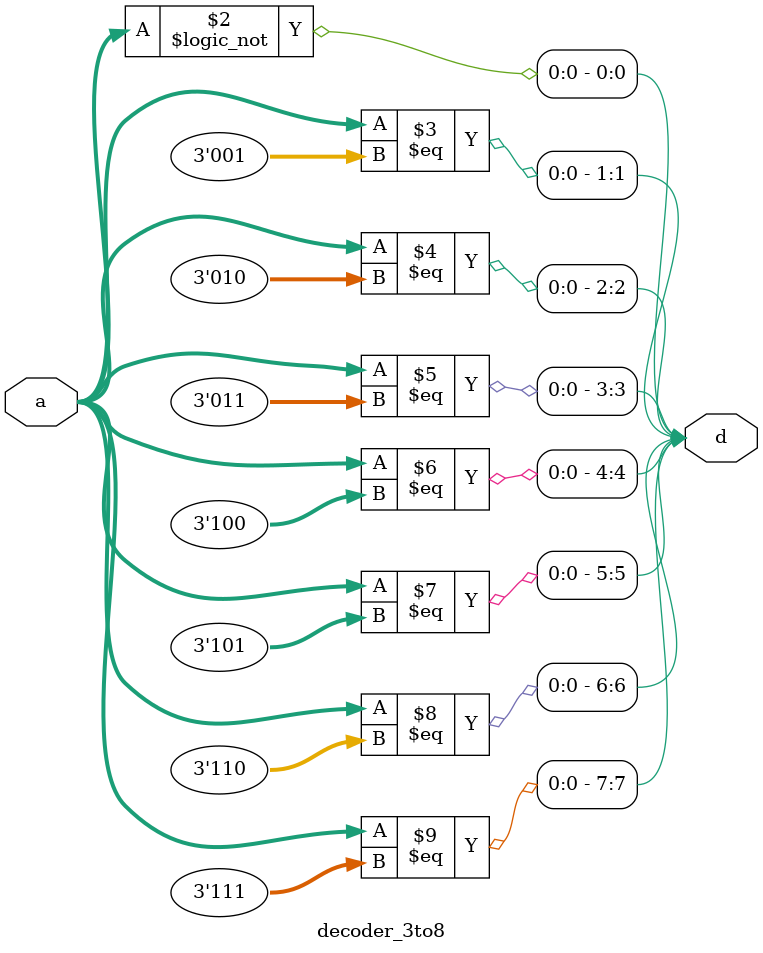
<source format=v>
module decoder_3to8(
  a,
  d);
  
  input [2:0] a;

  output [7:0] d;

  wire [2:0] a;
  reg [7:0] d;

  always @(*)
  begin
    d[0]<=a==3'b000;
    d[1]<=a==3'b001;
    d[2]<=a==3'b010;
    d[3]<=a==3'b011;
    d[4]<=a==3'b100;
    d[5]<=a==3'b101;
    d[6]<=a==3'b110;
    d[7]<=a==3'b111;
  end

endmodule

</source>
